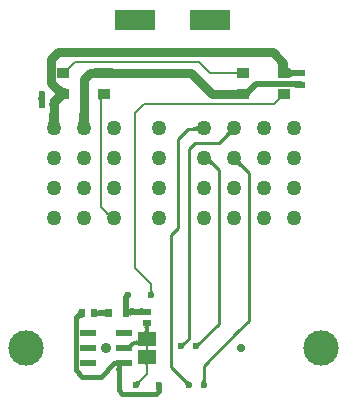
<source format=gbr>
%TF.GenerationSoftware,Altium Limited,Altium Designer,23.8.1 (32)*%
G04 Layer_Physical_Order=1*
G04 Layer_Color=255*
%FSLAX26Y26*%
%MOIN*%
%TF.SameCoordinates,39DE4687-B220-46F9-9087-551BD55EF510*%
%TF.FilePolarity,Positive*%
%TF.FileFunction,Copper,L1,Top,Signal*%
%TF.Part,Single*%
G01*
G75*
%TA.AperFunction,SMDPad,CuDef*%
%ADD10R,0.052362X0.020866*%
%ADD11R,0.039370X0.033460*%
%ADD12R,0.023622X0.027559*%
%ADD13R,0.023622X0.031496*%
%ADD14R,0.135039X0.070079*%
%ADD15R,0.027559X0.023622*%
%ADD16R,0.008000X0.025000*%
%ADD17R,0.063000X0.046000*%
%ADD18C,0.050000*%
%TA.AperFunction,Conductor*%
%ADD19C,0.012000*%
%ADD20C,0.016000*%
%ADD21C,0.020000*%
%ADD22C,0.030000*%
%ADD23C,0.006786*%
%ADD24C,0.006870*%
%ADD25C,0.010000*%
%ADD26C,0.006786*%
%TA.AperFunction,ViaPad*%
%ADD27C,0.035433*%
%ADD28C,0.027559*%
%ADD29C,0.023622*%
%ADD30C,0.028000*%
%ADD31C,0.118110*%
G36*
X379249Y947569D02*
X379987Y937383D01*
X380326Y935746D01*
X380725Y934471D01*
X381187Y933560D01*
X381709Y933013D01*
X382294Y932829D01*
X349339Y932949D01*
X349219Y951024D01*
X379219D01*
X379249Y947569D01*
D02*
G37*
G36*
X-344474Y932949D02*
X-345834Y931540D01*
X-347971Y929014D01*
X-348748Y927897D01*
X-349331Y926877D01*
X-349720Y925954D01*
X-349914Y925128D01*
Y924399D01*
X-349720Y923768D01*
X-349331Y923233D01*
X-359047Y932949D01*
X-358513Y932560D01*
X-357881Y932366D01*
X-357152D01*
X-356327Y932560D01*
X-355404Y932949D01*
X-354383Y933532D01*
X-353266Y934309D01*
X-352052Y935281D01*
X-349331Y937807D01*
X-344474Y932949D01*
D02*
G37*
G36*
X388669Y931715D02*
X389269Y930612D01*
X390269Y929638D01*
X391669Y928794D01*
X393469Y928080D01*
X395669Y927495D01*
X398269Y927041D01*
X400511Y926798D01*
X409544Y927343D01*
X410544Y927614D01*
X411144Y927921D01*
X411344Y928265D01*
Y904883D01*
X411144Y905182D01*
X410544Y905449D01*
X409544Y905686D01*
X408144Y905890D01*
X404144Y906205D01*
X402791Y906231D01*
X398269Y905851D01*
X395669Y905380D01*
X393469Y904775D01*
X391669Y904035D01*
X390269Y903160D01*
X389269Y902151D01*
X388669Y901007D01*
X388469Y899729D01*
Y906021D01*
X379621Y905843D01*
Y927070D01*
X380038Y926953D01*
X381041Y926849D01*
X384809Y926677D01*
X388469Y926645D01*
Y932949D01*
X388669Y931715D01*
D02*
G37*
G36*
X211539Y909469D02*
X211470Y910122D01*
X211264Y910706D01*
X210920Y911221D01*
X210440Y911667D01*
X209821Y912045D01*
X209065Y912354D01*
X208172Y912595D01*
X207142Y912767D01*
X205974Y912870D01*
X204669Y912904D01*
Y919774D01*
X205974Y919808D01*
X207142Y919911D01*
X208172Y920083D01*
X209065Y920324D01*
X209821Y920633D01*
X210440Y921011D01*
X210920Y921457D01*
X211264Y921972D01*
X211470Y922556D01*
X211539Y923209D01*
Y909469D01*
D02*
G37*
G36*
X-211231Y932643D02*
X-210331Y932369D01*
X-208831Y932128D01*
X-206731Y931919D01*
X-196831Y931484D01*
X-181531Y931339D01*
Y901339D01*
X-211531Y899729D01*
Y932949D01*
X-211231Y932643D01*
D02*
G37*
G36*
X-250661Y899729D02*
X-250958Y900035D01*
X-251848Y900309D01*
X-253331Y900550D01*
X-255407Y900759D01*
X-265194Y901194D01*
X-280320Y901339D01*
Y931339D01*
X-250661Y932949D01*
Y899729D01*
D02*
G37*
G36*
X411464Y865864D02*
X411332Y866405D01*
X410941Y866889D01*
X410291Y867317D01*
X409382Y867687D01*
X408214Y868000D01*
X406788Y868257D01*
X405103Y868456D01*
X400957Y868684D01*
X398495Y868712D01*
Y888712D01*
X411344Y888895D01*
X411464Y865864D01*
D02*
G37*
G36*
X271882Y863854D02*
X267851Y859706D01*
X258305Y848388D01*
X255972Y844991D01*
X254063Y841783D01*
X252578Y838762D01*
X251517Y835930D01*
X250881Y833285D01*
X250669Y830829D01*
X229650Y863929D01*
X230913Y862528D01*
X232524Y861755D01*
X234483Y861611D01*
X236790Y862094D01*
X239444Y863206D01*
X242446Y864947D01*
X245797Y867315D01*
X249495Y870312D01*
X257934Y878191D01*
X271882Y863854D01*
D02*
G37*
G36*
X213422Y859000D02*
X214151Y858673D01*
X215030Y858384D01*
X216058Y858133D01*
X217236Y857921D01*
X220038Y857612D01*
X223437Y857458D01*
X225361Y857439D01*
Y837439D01*
X223437Y837420D01*
X217236Y836957D01*
X216058Y836745D01*
X215030Y836494D01*
X214151Y836205D01*
X213422Y835878D01*
X212842Y835511D01*
Y859367D01*
X213422Y859000D01*
D02*
G37*
G36*
X361890Y830949D02*
X361242Y831190D01*
X360524Y831267D01*
X359738Y831182D01*
X358882Y830935D01*
X357957Y830524D01*
X356962Y829951D01*
X355899Y829215D01*
X354767Y828317D01*
X353565Y827255D01*
X352294Y826031D01*
X344541Y827874D01*
X346027Y829408D01*
X348338Y832092D01*
X349161Y833243D01*
X349763Y834266D01*
X350145Y835162D01*
X350305Y835931D01*
X350244Y836571D01*
X349962Y837085D01*
X349459Y837470D01*
X361890Y830949D01*
D02*
G37*
G36*
X-430139Y842044D02*
X-429172Y826644D01*
X-428912Y826044D01*
X-428620Y825844D01*
X-452002D01*
X-451651Y826044D01*
X-451337Y826644D01*
X-451060Y827644D01*
X-450819Y829044D01*
X-450616Y830844D01*
X-450228Y838644D01*
X-450154Y845844D01*
X-430154D01*
X-430139Y842044D01*
D02*
G37*
G36*
X-237402Y830879D02*
X-237986Y830669D01*
X-238501Y830320D01*
X-238948Y829831D01*
X-239325Y829201D01*
X-239635Y828433D01*
X-239875Y827524D01*
X-240047Y826475D01*
X-240150Y825287D01*
X-240184Y823959D01*
X-247054D01*
X-247089Y825287D01*
X-247192Y826475D01*
X-247363Y827524D01*
X-247604Y828433D01*
X-247913Y829201D01*
X-248291Y829831D01*
X-248737Y830320D01*
X-249253Y830669D01*
X-249837Y830879D01*
X-250489Y830949D01*
X-236749D01*
X-237402Y830879D01*
D02*
G37*
G36*
X-384252Y881232D02*
X-376030Y874443D01*
X-372018Y871686D01*
X-368072Y869352D01*
X-364192Y867443D01*
X-360378Y865958D01*
X-356630Y864897D01*
X-352948Y864261D01*
X-349331Y864049D01*
X-374714Y842500D01*
X-372141Y837699D01*
X-365392Y830949D01*
X-365779Y830892D01*
X-366592Y830373D01*
X-367833Y829394D01*
X-371593Y826050D01*
X-373768Y823931D01*
X-381614Y814815D01*
X-383947Y811554D01*
X-385856Y808512D01*
X-387341Y805688D01*
X-388402Y803082D01*
X-389038Y800694D01*
X-389250Y798525D01*
X-412632Y825844D01*
X-412699Y826162D01*
X-412089Y827116D01*
X-410803Y828707D01*
X-409259Y830414D01*
X-409675Y830829D01*
X-394903Y846803D01*
X-396098Y848551D01*
X-398856Y852150D01*
X-405644Y859898D01*
X-409675Y864049D01*
X-388461Y885262D01*
X-384252Y881232D01*
D02*
G37*
G36*
X-284951Y776377D02*
X-283859Y758930D01*
X-283358Y755718D01*
X-282767Y752966D01*
X-282084Y750674D01*
X-281311Y748843D01*
X-280446Y747471D01*
X-319546D01*
X-318682Y748843D01*
X-317908Y750674D01*
X-317226Y752966D01*
X-316634Y755718D01*
X-316134Y758930D01*
X-315406Y766734D01*
X-315042Y776377D01*
X-314996Y781889D01*
X-284996D01*
X-284951Y776377D01*
D02*
G37*
G36*
X-384951D02*
X-383859Y758930D01*
X-383358Y755718D01*
X-382767Y752966D01*
X-382084Y750674D01*
X-381311Y748843D01*
X-380446Y747471D01*
X-419546D01*
X-418682Y748843D01*
X-417908Y750674D01*
X-417226Y752966D01*
X-416634Y755718D01*
X-416134Y758930D01*
X-415406Y766734D01*
X-415042Y776377D01*
X-414996Y781889D01*
X-384996D01*
X-384951Y776377D01*
D02*
G37*
G36*
X90885Y721266D02*
X89840Y722106D01*
X88764Y722857D01*
X87658Y723520D01*
X86521Y724095D01*
X85353Y724581D01*
X84154Y724979D01*
X82925Y725288D01*
X81665Y725509D01*
X80374Y725642D01*
X79053Y725686D01*
X78129Y735686D01*
X79475Y735737D01*
X80767Y735890D01*
X82007Y736145D01*
X83194Y736503D01*
X84328Y736963D01*
X85408Y737525D01*
X86436Y738189D01*
X87411Y738955D01*
X88332Y739823D01*
X89201Y740793D01*
X90885Y721266D01*
D02*
G37*
G36*
X77599Y720798D02*
X77045Y721727D01*
X76352Y722558D01*
X75519Y723291D01*
X74547Y723926D01*
X73436Y724464D01*
X72185Y724904D01*
X70794Y725246D01*
X69264Y725490D01*
X67595Y725637D01*
X65786Y725686D01*
X65294Y735686D01*
X67101Y735737D01*
X68758Y735889D01*
X70266Y736144D01*
X71624Y736500D01*
X72833Y736958D01*
X73893Y737518D01*
X74803Y738179D01*
X75563Y738943D01*
X76175Y739808D01*
X76636Y740775D01*
X77599Y720798D01*
D02*
G37*
G36*
X199864Y717890D02*
X198539Y717855D01*
X197253Y717722D01*
X196005Y717493D01*
X194796Y717166D01*
X193626Y716743D01*
X192494Y716222D01*
X191401Y715604D01*
X190346Y714889D01*
X189330Y714077D01*
X188353Y713167D01*
X181282Y720238D01*
X182191Y721216D01*
X183004Y722231D01*
X183719Y723286D01*
X184337Y724379D01*
X184857Y725511D01*
X185281Y726681D01*
X185608Y727890D01*
X185837Y729138D01*
X185970Y730424D01*
X186005Y731749D01*
X199864Y717890D01*
D02*
G37*
G36*
X190873Y708616D02*
X189842Y708928D01*
X188779Y709068D01*
X187685Y709034D01*
X186559Y708828D01*
X185402Y708449D01*
X184214Y707897D01*
X182995Y707173D01*
X181744Y706275D01*
X180461Y705205D01*
X179148Y703962D01*
X172077Y711033D01*
X173320Y712347D01*
X174390Y713629D01*
X175287Y714880D01*
X176012Y716100D01*
X176564Y717288D01*
X176943Y718445D01*
X177149Y719570D01*
X177182Y720664D01*
X177043Y721727D01*
X176731Y722758D01*
X190873Y708616D01*
D02*
G37*
G36*
X112874Y637520D02*
X113878Y635951D01*
X114480Y635119D01*
X116686Y632436D01*
X118491Y630490D01*
X119494Y629470D01*
X117199Y617623D01*
X116170Y618574D01*
X115148Y619363D01*
X114133Y619991D01*
X113123Y620459D01*
X112120Y620765D01*
X111123Y620909D01*
X110131Y620893D01*
X109147Y620716D01*
X108168Y620377D01*
X107195Y619877D01*
X112472Y638257D01*
X112874Y637520D01*
D02*
G37*
G36*
X214038Y630424D02*
X214171Y629138D01*
X214400Y627890D01*
X214726Y626681D01*
X215150Y625511D01*
X215671Y624379D01*
X216289Y623286D01*
X217004Y622231D01*
X217816Y621216D01*
X218726Y620238D01*
X211655Y613167D01*
X210677Y614077D01*
X209661Y614889D01*
X208607Y615604D01*
X207514Y616222D01*
X206382Y616743D01*
X205212Y617166D01*
X204003Y617493D01*
X202755Y617722D01*
X201469Y617855D01*
X200144Y617890D01*
X214003Y631749D01*
X214038Y630424D01*
D02*
G37*
G36*
X124889Y628658D02*
X125011Y627574D01*
X125275Y626462D01*
X125680Y625321D01*
X126227Y624151D01*
X126916Y622953D01*
X127747Y621726D01*
X128720Y620470D01*
X129834Y619186D01*
X131091Y617873D01*
X126156Y608665D01*
X124844Y609904D01*
X123584Y610945D01*
X122374Y611788D01*
X121216Y612433D01*
X120109Y612880D01*
X119054Y613130D01*
X118049Y613181D01*
X117096Y613035D01*
X116195Y612691D01*
X115344Y612149D01*
X124909Y629713D01*
X124889Y628658D01*
D02*
G37*
G36*
X222965Y621727D02*
X222825Y620664D01*
X222859Y619570D01*
X223065Y618444D01*
X223444Y617288D01*
X223996Y616099D01*
X224720Y614880D01*
X225618Y613629D01*
X226688Y612347D01*
X227931Y611033D01*
X220860Y603962D01*
X219546Y605205D01*
X218264Y606275D01*
X217013Y607172D01*
X215793Y607897D01*
X214605Y608449D01*
X213448Y608828D01*
X212323Y609034D01*
X211229Y609067D01*
X210166Y608928D01*
X209135Y608616D01*
X223277Y622758D01*
X222965Y621727D01*
D02*
G37*
G36*
X-222006Y453156D02*
X-221127Y452425D01*
X-220286Y451832D01*
X-219484Y451376D01*
X-218719Y451057D01*
X-217993Y450876D01*
X-217306Y450832D01*
X-216656Y450925D01*
X-216045Y451155D01*
X-215472Y451523D01*
X-223510Y440380D01*
X-223329Y441057D01*
X-223266Y441761D01*
X-223320Y442492D01*
X-223492Y443251D01*
X-223781Y444036D01*
X-224187Y444849D01*
X-224711Y445689D01*
X-225352Y446556D01*
X-226111Y447450D01*
X-226987Y448372D01*
X-222924Y454024D01*
X-222006Y453156D01*
D02*
G37*
G36*
X-215306Y446507D02*
X-214324Y445825D01*
X-213276Y445280D01*
X-212164Y444870D01*
X-210986Y444596D01*
X-209744Y444459D01*
X-208437Y444457D01*
X-207065Y444591D01*
X-205628Y444860D01*
X-204126Y445266D01*
X-213453Y428028D01*
X-214008Y429876D01*
X-215749Y434682D01*
X-216355Y436037D01*
X-217606Y438378D01*
X-218251Y439363D01*
X-218909Y440226D01*
X-219580Y440965D01*
X-216224Y447324D01*
X-215306Y446507D01*
D02*
G37*
G36*
X-71555Y194256D02*
X-71409Y193231D01*
X-71165Y192214D01*
X-70823Y191205D01*
X-70385Y190204D01*
X-69849Y189212D01*
X-69215Y188227D01*
X-68484Y187251D01*
X-67655Y186284D01*
X-66729Y185324D01*
X-83264D01*
X-82338Y186284D01*
X-81509Y187251D01*
X-80778Y188227D01*
X-80144Y189212D01*
X-79608Y190204D01*
X-79169Y191205D01*
X-78828Y192214D01*
X-78584Y193231D01*
X-78438Y194256D01*
X-78389Y195289D01*
X-71603D01*
X-71555Y194256D01*
D02*
G37*
G36*
X-148218Y150017D02*
X-147153Y134617D01*
X-146865Y134017D01*
X-146544Y133817D01*
X-169926D01*
X-169605Y134017D01*
X-169317Y134617D01*
X-169064Y135617D01*
X-168844Y137017D01*
X-168658Y138817D01*
X-168303Y146617D01*
X-168235Y153817D01*
X-148235D01*
X-148218Y150017D01*
D02*
G37*
G36*
X-227013Y102561D02*
X-227173Y103880D01*
X-227653Y105060D01*
X-228453Y106102D01*
X-229573Y107004D01*
X-231013Y107768D01*
X-232773Y108392D01*
X-234853Y108878D01*
X-237253Y109225D01*
X-239973Y109434D01*
X-240284Y109441D01*
X-240342Y109439D01*
X-245462Y108932D01*
X-247542Y108488D01*
X-249302Y107916D01*
X-250742Y107219D01*
X-251862Y106394D01*
X-252662Y105442D01*
X-253142Y104363D01*
X-253302Y103157D01*
Y130476D01*
X-253142Y129531D01*
X-252662Y128686D01*
X-251862Y127940D01*
X-250742Y127293D01*
X-249302Y126746D01*
X-247542Y126299D01*
X-245462Y125951D01*
X-243062Y125702D01*
X-239860Y125591D01*
X-237220Y125823D01*
X-234805Y126223D01*
X-232711Y126783D01*
X-230938Y127503D01*
X-229487Y128383D01*
X-228357Y129423D01*
X-227548Y130623D01*
X-227060Y131983D01*
X-226893Y133503D01*
X-227013Y102561D01*
D02*
G37*
G36*
X-103656Y109883D02*
X-103856Y110204D01*
X-104456Y110492D01*
X-105456Y110745D01*
X-106856Y110965D01*
X-108656Y111151D01*
X-116456Y111506D01*
X-123656Y111574D01*
Y131574D01*
X-119856Y131591D01*
X-104456Y132656D01*
X-103856Y132944D01*
X-103656Y133265D01*
Y109883D01*
D02*
G37*
G36*
X-305615Y103157D02*
X-306097Y103924D01*
X-306778Y104362D01*
X-307656Y104471D01*
X-308732Y104250D01*
X-310006Y103700D01*
X-311478Y102820D01*
X-313148Y101611D01*
X-315015Y100073D01*
X-319343Y96007D01*
X-330657Y107321D01*
X-327537Y110507D01*
X-320390Y118641D01*
X-318745Y120878D01*
X-317469Y122878D01*
X-316562Y124640D01*
X-316024Y126165D01*
X-315854Y127453D01*
X-316054Y128504D01*
X-305615Y103157D01*
D02*
G37*
G36*
X-146344Y133391D02*
X-145744Y133010D01*
X-144744Y132673D01*
X-143344Y132382D01*
X-141544Y132135D01*
X-136744Y131776D01*
X-126544Y131574D01*
Y111574D01*
X-130344Y111484D01*
X-133744Y111213D01*
X-136744Y110763D01*
X-139344Y110132D01*
X-141544Y109321D01*
X-143344Y108329D01*
X-144744Y107158D01*
X-145744Y105806D01*
X-146344Y104274D01*
X-146544Y102561D01*
Y133817D01*
X-146344Y133391D01*
D02*
G37*
G36*
X-79136Y70393D02*
X-80156Y70033D01*
X-81056Y69433D01*
X-81836Y68593D01*
X-82496Y67513D01*
X-83036Y66193D01*
X-83456Y64633D01*
X-83756Y62833D01*
X-83858Y61681D01*
X-83756Y60517D01*
X-83456Y58699D01*
X-83036Y57123D01*
X-82496Y55790D01*
X-81836Y54699D01*
X-81056Y53851D01*
X-80156Y53245D01*
X-79136Y52881D01*
X-77996Y52760D01*
X-101996D01*
X-100856Y52881D01*
X-99836Y53245D01*
X-98936Y53851D01*
X-98156Y54699D01*
X-97496Y55790D01*
X-96956Y57123D01*
X-96536Y58699D01*
X-96236Y60517D01*
X-96135Y61681D01*
X-96236Y62833D01*
X-96536Y64633D01*
X-96956Y66193D01*
X-97496Y67513D01*
X-98156Y68593D01*
X-98936Y69433D01*
X-99836Y70033D01*
X-100856Y70393D01*
X-101996Y70513D01*
X-77996D01*
X-79136Y70393D01*
D02*
G37*
G36*
X-121376Y7120D02*
X-121487Y8085D01*
X-121820Y8949D01*
X-122374Y9711D01*
X-123151Y10371D01*
X-124149Y10930D01*
X-125369Y11387D01*
X-126811Y11742D01*
X-128474Y11996D01*
X-130050Y12124D01*
X-132173Y9935D01*
X-135877Y5649D01*
X-137227Y3788D01*
X-138243Y2117D01*
X-138924Y634D01*
X-139271Y-661D01*
X-139283Y-1766D01*
X-138962Y-2684D01*
X-138305Y-3412D01*
X-156127Y10313D01*
X-155191Y9864D01*
X-154032Y9784D01*
X-152650Y10073D01*
X-151044Y10732D01*
X-149214Y11760D01*
X-147160Y13158D01*
X-144883Y14925D01*
X-139658Y19567D01*
X-136709Y22442D01*
X-132467Y16234D01*
Y24200D01*
X-130360Y24250D01*
X-128474Y24403D01*
X-126811Y24658D01*
X-125369Y25014D01*
X-124149Y25472D01*
X-123151Y26032D01*
X-122374Y26694D01*
X-121820Y27457D01*
X-121487Y28323D01*
X-121376Y29290D01*
Y7120D01*
D02*
G37*
G36*
X91117Y14821D02*
X90291Y13950D01*
X89553Y13073D01*
X88903Y12192D01*
X88341Y11306D01*
X87867Y10416D01*
X87481Y9522D01*
X87182Y8623D01*
X86972Y7719D01*
X86849Y6811D01*
X86814Y5898D01*
X75122Y17590D01*
X76035Y17625D01*
X76943Y17747D01*
X77847Y17958D01*
X78746Y18256D01*
X79641Y18643D01*
X80531Y19117D01*
X81416Y19679D01*
X82297Y20329D01*
X83174Y21067D01*
X84046Y21892D01*
X91117Y14821D01*
D02*
G37*
G36*
X41117D02*
X40291Y13950D01*
X39553Y13073D01*
X38903Y12192D01*
X38341Y11306D01*
X37867Y10416D01*
X37480Y9522D01*
X37182Y8623D01*
X36972Y7719D01*
X36849Y6811D01*
X36814Y5898D01*
X25122Y17590D01*
X26035Y17625D01*
X26943Y17747D01*
X27847Y17958D01*
X28746Y18256D01*
X29640Y18643D01*
X30531Y19117D01*
X31416Y19679D01*
X32297Y20329D01*
X33174Y21067D01*
X34045Y21892D01*
X41117Y14821D01*
D02*
G37*
G36*
X-190308Y-59101D02*
X-190390Y-59078D01*
X-190637Y-59057D01*
X-192368Y-59011D01*
X-198548Y-58981D01*
Y-42981D01*
X-190308Y-42861D01*
Y-59101D01*
D02*
G37*
G36*
X-83855Y-52829D02*
X-84432Y-53036D01*
X-84941Y-53382D01*
X-85382Y-53865D01*
X-85755Y-54486D01*
X-86060Y-55246D01*
X-86298Y-56144D01*
X-86468Y-57180D01*
X-86569Y-58354D01*
X-86603Y-59666D01*
X-93389D01*
X-93423Y-58354D01*
X-93525Y-57180D01*
X-93695Y-56144D01*
X-93932Y-55246D01*
X-94238Y-54486D01*
X-94611Y-53865D01*
X-95052Y-53382D01*
X-95561Y-53036D01*
X-96138Y-52829D01*
X-96782Y-52760D01*
X-83210D01*
X-83855Y-52829D01*
D02*
G37*
G36*
X-168067Y-60361D02*
X-169428Y-60851D01*
X-170627Y-61661D01*
X-171667Y-62791D01*
X-172548Y-64243D01*
X-173268Y-66016D01*
X-173827Y-68109D01*
X-174227Y-70523D01*
X-174468Y-73257D01*
X-174548Y-76313D01*
X-190548D01*
X-190428Y-60313D01*
X-166548Y-60193D01*
X-168067Y-60361D01*
D02*
G37*
G36*
X105036Y-106524D02*
X105134Y-107666D01*
X105298Y-108748D01*
X105526Y-109772D01*
X105821Y-110737D01*
X106180Y-111642D01*
X106605Y-112489D01*
X107095Y-113277D01*
X107650Y-114006D01*
X108271Y-114676D01*
X91736D01*
X92357Y-114006D01*
X92912Y-113277D01*
X93403Y-112489D01*
X93827Y-111642D01*
X94187Y-110737D01*
X94481Y-109772D01*
X94710Y-108748D01*
X94873Y-107666D01*
X94971Y-106524D01*
X95004Y-105324D01*
X105004D01*
X105036Y-106524D01*
D02*
G37*
G36*
X-109587Y-112499D02*
X-110283Y-113265D01*
X-110904Y-114093D01*
X-111451Y-114984D01*
X-111923Y-115939D01*
X-112320Y-116957D01*
X-112643Y-118038D01*
X-112891Y-119182D01*
X-113064Y-120389D01*
X-113162Y-121659D01*
X-113186Y-122993D01*
X-124878Y-111300D01*
X-123545Y-111277D01*
X-122274Y-111178D01*
X-121067Y-111005D01*
X-119923Y-110757D01*
X-118842Y-110435D01*
X-117824Y-110037D01*
X-116870Y-109566D01*
X-115978Y-109019D01*
X-115150Y-108397D01*
X-114385Y-107701D01*
X-109587Y-112499D01*
D02*
G37*
G36*
X41834Y-107824D02*
X42710Y-108562D01*
X43591Y-109212D01*
X44477Y-109774D01*
X45367Y-110248D01*
X46262Y-110634D01*
X47161Y-110933D01*
X48065Y-111143D01*
X48973Y-111266D01*
X49886Y-111301D01*
X38193Y-122993D01*
X38158Y-122080D01*
X38036Y-121172D01*
X37825Y-120268D01*
X37527Y-119369D01*
X37141Y-118474D01*
X36666Y-117584D01*
X36104Y-116699D01*
X35454Y-115818D01*
X34717Y-114941D01*
X33891Y-114069D01*
X40962Y-106998D01*
X41834Y-107824D01*
D02*
G37*
G36*
X-41779Y-131666D02*
X-41825Y-131923D01*
X-41865Y-132316D01*
X-41953Y-134314D01*
X-41996Y-138887D01*
X-57996D01*
X-58264Y-131546D01*
X-41728D01*
X-41779Y-131666D01*
D02*
G37*
D10*
X-164366Y-50000D02*
D03*
X-284445D02*
D03*
Y0D02*
D03*
Y50000D02*
D03*
X-164366D02*
D03*
Y0D02*
D03*
D11*
X231104Y916339D02*
D03*
X368904D02*
D03*
X231104Y847439D02*
D03*
X368904D02*
D03*
X-231096Y847439D02*
D03*
X-368896D02*
D03*
X-231096Y916339D02*
D03*
X-368896D02*
D03*
D12*
X-264993Y116817D02*
D03*
X-304363D02*
D03*
X-440311Y812184D02*
D03*
X-400941D02*
D03*
D13*
X-215322Y118189D02*
D03*
X-158235D02*
D03*
D14*
X-129996Y1091889D02*
D03*
X120004D02*
D03*
D15*
X-89996Y121574D02*
D03*
Y82204D02*
D03*
X425004Y877204D02*
D03*
Y916574D02*
D03*
D16*
X-89996Y0D02*
D03*
D17*
Y-30000D02*
D03*
Y30000D02*
D03*
D18*
X-49996Y431889D02*
D03*
Y631889D02*
D03*
Y531889D02*
D03*
Y731889D02*
D03*
X400004Y431889D02*
D03*
Y631889D02*
D03*
Y731889D02*
D03*
X200004Y431889D02*
D03*
X300004D02*
D03*
Y631889D02*
D03*
Y531889D02*
D03*
X400004D02*
D03*
X300004Y731889D02*
D03*
X200004D02*
D03*
X100004D02*
D03*
Y431889D02*
D03*
Y631889D02*
D03*
Y531889D02*
D03*
X200004D02*
D03*
Y631889D02*
D03*
X-199996Y431889D02*
D03*
X-299996Y531889D02*
D03*
Y431889D02*
D03*
X-399996D02*
D03*
Y731889D02*
D03*
X-299996Y631889D02*
D03*
X-399996D02*
D03*
Y531889D02*
D03*
X-199996Y631889D02*
D03*
X-299996Y731889D02*
D03*
X-199996D02*
D03*
Y531889D02*
D03*
D19*
X-132467Y18200D02*
X-115496D01*
X-103696Y30000D02*
X-89996D01*
X-164397Y0D02*
X-148618D01*
X-144185Y6481D02*
X-132467Y18200D01*
X-144185Y4433D02*
Y6481D01*
X-115496Y18200D02*
X-103696Y30000D01*
X-148618Y0D02*
X-144185Y4433D01*
X-89996Y35780D02*
Y82204D01*
X-93887Y31889D02*
X-89996Y35780D01*
X-199996Y431889D02*
Y436889D01*
D20*
X-308174Y111037D02*
X-304363Y114848D01*
X-315627Y111037D02*
X-308174D01*
X-304363Y114848D02*
Y116817D01*
X-325000Y-75000D02*
Y101664D01*
X-315627Y111037D01*
X-264993Y116817D02*
X-264306Y117503D01*
X-216008D01*
X-215322Y118189D01*
X-325000Y-75000D02*
X-304370Y-95630D01*
X-243197D01*
X-198548Y-50981D01*
X-181095D01*
X-180114Y-50000D01*
X-182548Y-141326D02*
Y-52433D01*
X-180114Y-50000D02*
X-164366D01*
X-182548Y-141326D02*
X-170762Y-153111D01*
X-182548Y-52433D02*
X-180114Y-50000D01*
X-170762Y-153111D02*
X-59369D01*
X-49996Y-143738D01*
Y-123111D01*
D21*
X-152378Y175909D02*
Y176889D01*
X-158235Y170052D02*
X-152378Y175909D01*
X-158235Y118189D02*
Y170052D01*
Y118189D02*
Y119763D01*
X-156424Y121574D01*
X-89996D01*
X203746Y847439D02*
X225361D01*
X232091Y854169D01*
X423495Y878712D02*
X425004Y877204D01*
X273164Y879279D02*
X397929D01*
X248054Y854169D02*
X273164Y879279D01*
X397929D02*
X398495Y878712D01*
X423495D01*
X369021Y916457D02*
X424886D01*
X368904Y916339D02*
X369021Y916457D01*
X424886D02*
X425004Y916574D01*
X232091Y854169D02*
X248054D01*
X98801Y876787D02*
X101183Y879169D01*
X-440154Y812342D02*
Y847281D01*
X-439996Y847439D01*
X-440311Y812184D02*
X-440154Y812342D01*
D22*
X203746Y847439D02*
X214769D01*
X365831Y916457D02*
X369021D01*
X364219Y918069D02*
X365831Y916457D01*
X364219Y918069D02*
Y951024D01*
X329919Y985324D02*
X364219Y951024D01*
X-386561Y985324D02*
X329919D01*
X128149Y847439D02*
X203746D01*
X98801Y876787D02*
X128149Y847439D01*
X-408581Y963304D02*
X-386561Y985324D01*
X-408581Y884169D02*
Y963304D01*
Y884169D02*
X-371851Y847439D01*
X-368896D01*
X-400941Y812184D02*
X-399996D01*
Y819294D01*
Y731889D02*
Y812184D01*
X59249Y916339D02*
X98801Y876787D01*
X-399996Y819294D02*
X-371851Y847439D01*
X-231096Y916339D02*
X59249D01*
X-280320D02*
X-231096D01*
X-299996Y731889D02*
Y896663D01*
X-280320Y916339D01*
D23*
X-99996Y811889D02*
X333354D01*
X368904Y847439D01*
X-129996Y781889D02*
X-99996Y811889D01*
X-129996Y266889D02*
Y781889D01*
Y266889D02*
X-74996Y211889D01*
Y176889D02*
Y211889D01*
D24*
X121686Y916339D02*
X214769D01*
X86136Y951889D02*
X121686Y916339D01*
X-330391Y951889D02*
X86136D01*
X-365941Y916339D02*
X-330391Y951889D01*
X-368896Y916339D02*
X-365941D01*
X-243619Y469861D02*
X-205647Y431889D01*
X-243619Y834916D02*
X-231096Y847439D01*
X-243619Y469861D02*
Y834916D01*
X-205647Y431889D02*
X-199996D01*
D25*
X214563Y55669D02*
X250004Y91109D01*
Y581889D01*
X200004Y631889D02*
X250004Y581889D01*
X-9996Y-63111D02*
Y376889D01*
Y-63111D02*
X50004Y-123111D01*
X100004D02*
Y-58891D01*
X13675Y695560D02*
X48800Y730686D01*
X13675Y400560D02*
Y695560D01*
X48800Y730686D02*
X98801D01*
X-9996Y376889D02*
X13675Y400560D01*
X150004Y80780D02*
Y591889D01*
X75004Y5780D02*
X150004Y80780D01*
X214563Y55669D02*
X214563D01*
X100004Y-58891D02*
X214563Y55669D01*
X50004Y661889D02*
X70004Y681889D01*
X50004Y30780D02*
Y661889D01*
X25004Y5780D02*
X50004Y30780D01*
X70004Y681889D02*
X150004D01*
X110004Y631889D02*
X150004Y591889D01*
X100004Y631889D02*
X110004D01*
X200004Y731889D02*
X200004D01*
X150004Y681889D02*
X200004Y731889D01*
X98801Y730686D02*
X100004Y731889D01*
D26*
X-124996Y-123111D02*
X-89996Y-88111D01*
Y-24220D01*
D27*
X-224409Y0D02*
D03*
D28*
X224409D02*
D03*
D29*
X50004Y-123111D02*
D03*
X100004D02*
D03*
X-49996Y-123111D02*
D03*
X-124996D02*
D03*
X-152378Y176889D02*
D03*
X-439996Y847439D02*
D03*
X-74996Y176889D02*
D03*
X25004Y5780D02*
D03*
X75004D02*
D03*
D30*
X-399996Y431889D02*
D03*
X-49996Y731889D02*
D03*
Y631889D02*
D03*
Y531889D02*
D03*
Y431889D02*
D03*
X300004Y731889D02*
D03*
X400004D02*
D03*
X100004Y431889D02*
D03*
X200004D02*
D03*
X400004D02*
D03*
X200004Y731889D02*
D03*
X100004Y531889D02*
D03*
X200004D02*
D03*
X100004Y731889D02*
D03*
X300004Y631889D02*
D03*
X400004D02*
D03*
Y531889D02*
D03*
X300004D02*
D03*
X200004Y631889D02*
D03*
X300004Y431889D02*
D03*
X100004Y631889D02*
D03*
X-199996Y431889D02*
D03*
X-299996D02*
D03*
Y531889D02*
D03*
X-399996Y731889D02*
D03*
Y631889D02*
D03*
X-299996D02*
D03*
X-199996D02*
D03*
Y531889D02*
D03*
X-399996D02*
D03*
X-299996Y731889D02*
D03*
X-199996D02*
D03*
D31*
X492126Y0D02*
D03*
X-492126D02*
D03*
%TF.MD5,b352363966ff4dbccae4af00d431e69d*%
M02*

</source>
